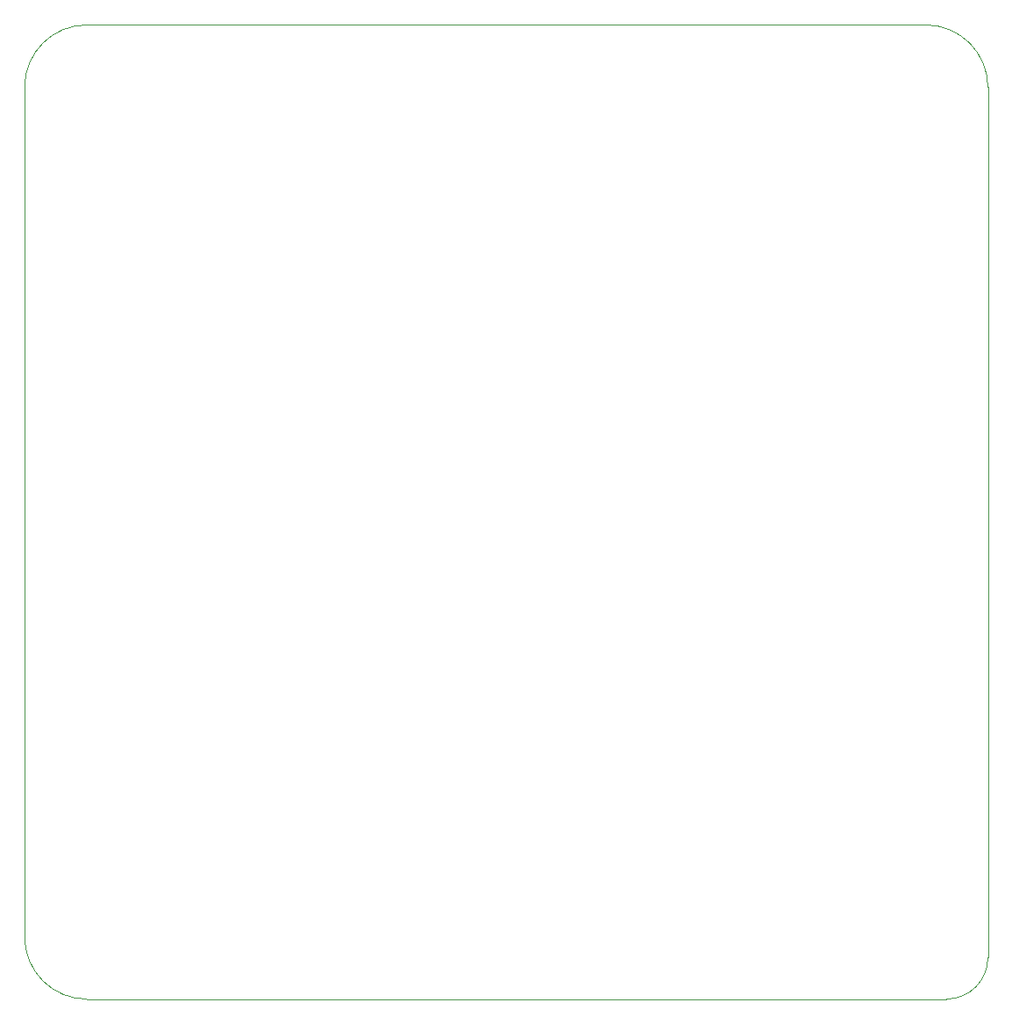
<source format=gbr>
%TF.GenerationSoftware,KiCad,Pcbnew,8.0.0*%
%TF.CreationDate,2024-03-29T20:31:36+01:00*%
%TF.ProjectId,nucleo_expansion,6e75636c-656f-45f6-9578-70616e73696f,Cyril*%
%TF.SameCoordinates,Original*%
%TF.FileFunction,Profile,NP*%
%FSLAX46Y46*%
G04 Gerber Fmt 4.6, Leading zero omitted, Abs format (unit mm)*
G04 Created by KiCad (PCBNEW 8.0.0) date 2024-03-29 20:31:36*
%MOMM*%
%LPD*%
G01*
G04 APERTURE LIST*
%TA.AperFunction,Profile*%
%ADD10C,0.100000*%
%TD*%
G04 APERTURE END LIST*
D10*
X84000000Y-50000000D02*
G75*
G02*
X90000000Y-44000000I6000000J0D01*
G01*
X90000000Y-138000000D02*
G75*
G02*
X84000000Y-132000000I0J6000000D01*
G01*
X84000000Y-50000000D02*
X84000000Y-132000000D01*
X171000000Y-44000000D02*
X90000000Y-44000000D01*
X177000000Y-134000000D02*
X177000000Y-50000000D01*
X90000000Y-138000000D02*
X173000000Y-138000000D01*
X177000000Y-134000000D02*
G75*
G02*
X173000000Y-138000000I-4000000J0D01*
G01*
X171000000Y-44000000D02*
G75*
G02*
X177000000Y-50000000I0J-6000000D01*
G01*
M02*

</source>
